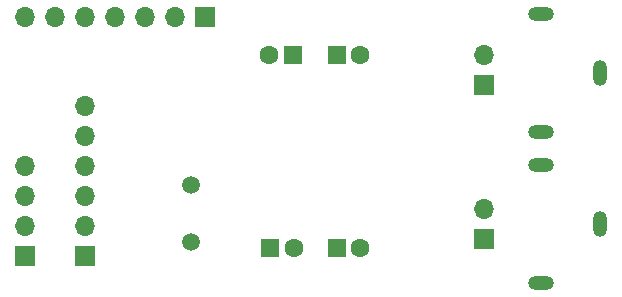
<source format=gbr>
%TF.GenerationSoftware,KiCad,Pcbnew,(6.0.5)*%
%TF.CreationDate,2022-08-07T22:36:51-04:00*%
%TF.ProjectId,ADE7953-Power-Sensor-breakout,41444537-3935-4332-9d50-6f7765722d53,rev?*%
%TF.SameCoordinates,Original*%
%TF.FileFunction,Soldermask,Bot*%
%TF.FilePolarity,Negative*%
%FSLAX46Y46*%
G04 Gerber Fmt 4.6, Leading zero omitted, Abs format (unit mm)*
G04 Created by KiCad (PCBNEW (6.0.5)) date 2022-08-07 22:36:51*
%MOMM*%
%LPD*%
G01*
G04 APERTURE LIST*
%ADD10C,1.500000*%
%ADD11R,1.600000X1.600000*%
%ADD12C,1.600000*%
%ADD13O,2.200000X1.200000*%
%ADD14O,1.200000X2.200000*%
%ADD15R,1.700000X1.700000*%
%ADD16O,1.700000X1.700000*%
G04 APERTURE END LIST*
D10*
%TO.C,Y1*%
X191660000Y-70110000D03*
X191660000Y-65230000D03*
%TD*%
D11*
%TO.C,C17*%
X198314888Y-70610000D03*
D12*
X200314888Y-70610000D03*
%TD*%
D11*
%TO.C,C15*%
X203944888Y-54220000D03*
D12*
X205944888Y-54220000D03*
%TD*%
D11*
%TO.C,C11*%
X200225113Y-54230000D03*
D12*
X198225113Y-54230000D03*
%TD*%
%TO.C,C10*%
X205944888Y-70610000D03*
D11*
X203944888Y-70610000D03*
%TD*%
D13*
%TO.C,INPUT-B-1*%
X221267887Y-60800000D03*
D14*
X226267887Y-55800000D03*
D13*
X221267887Y-50800000D03*
%TD*%
D15*
%TO.C,J1*%
X192795000Y-51055000D03*
D16*
X190255000Y-51055000D03*
X187715000Y-51055000D03*
X185175000Y-51055000D03*
X182635000Y-51055000D03*
X180095000Y-51055000D03*
X177555000Y-51055000D03*
%TD*%
%TO.C,J7*%
X182650000Y-58590000D03*
X182650000Y-61130000D03*
X182650000Y-63670000D03*
X182650000Y-66210000D03*
X182650000Y-68750000D03*
D15*
X182650000Y-71290000D03*
%TD*%
%TO.C,INPUT-B-2*%
X216407887Y-56785000D03*
D16*
X216407887Y-54245000D03*
%TD*%
%TO.C,J6*%
X177570000Y-63670000D03*
X177570000Y-66210000D03*
X177570000Y-68750000D03*
D15*
X177570000Y-71290000D03*
%TD*%
%TO.C,INPUT-A-2*%
X216437887Y-69875000D03*
D16*
X216437887Y-67335000D03*
%TD*%
D13*
%TO.C,INPUT-A-1*%
X221267887Y-73550000D03*
D14*
X226267887Y-68550000D03*
D13*
X221267887Y-63550000D03*
%TD*%
M02*

</source>
